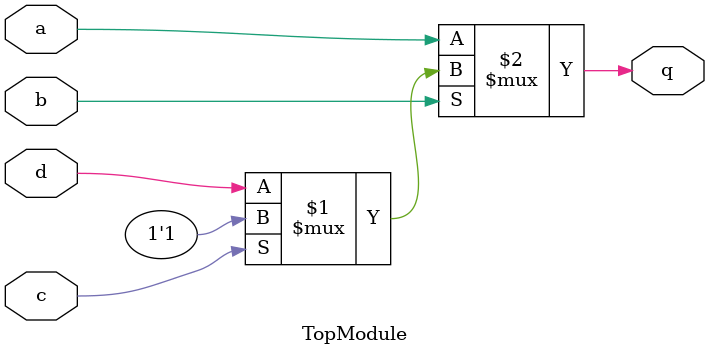
<source format=sv>

module TopModule (
  input a,
  input b,
  input c,
  input d,
  output q
);

assign q = b ? (c ? 1'b1 : d) : a;

endmodule

</source>
